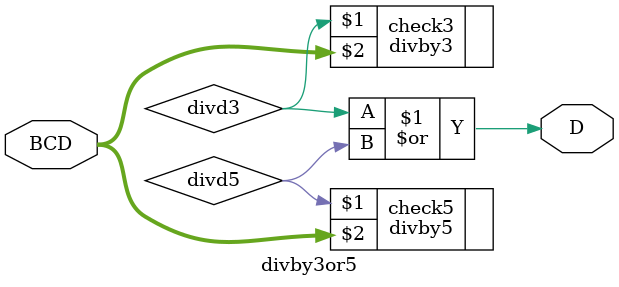
<source format=v>

module divby3or5(D, BCD);
	// Define IO
	input [3:0] BCD;
	output D;
	
	// Used to connect the two modules below
	wire divd3, divd5;
	
	// Instantiate the modules that actually check the numbers
	divby3 check3(divd3, BCD);
	divby5 check5(divd5, BCD);
	
	// Assign their outputs to the top level module output
	assign D = divd3 | divd5;
endmodule


</source>
